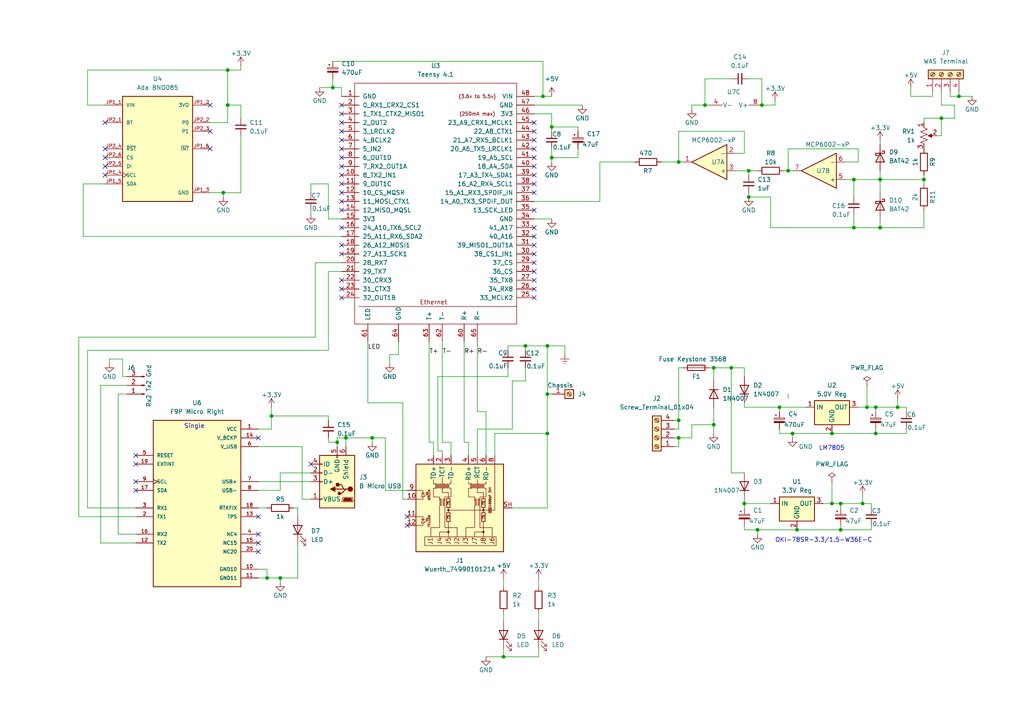
<source format=kicad_sch>
(kicad_sch (version 20211123) (generator eeschema)
  (paper "A4")
  (title_block (title "GPS_Micro") (date "2023-01-12") (comment 1 "Single Antenna Autosteer"))
  (junction (at 228.6 49.53))
  (junction (at 260.35 118.11))
  (junction (at 215.9 146.05))
  (junction (at 251.46 118.11))
  (junction (at 217.17 49.53))
  (junction (at 241.3 146.05))
  (junction (at 278.13 27.94))
  (junction (at 81.28 167.64))
  (junction (at 217.17 57.15))
  (junction (at 196.85 121.92))
  (junction (at 204.47 30.48))
  (junction (at 66.04 30.48))
  (junction (at 96.52 25.4))
  (junction (at 212.09 106.68))
  (junction (at 157.48 27.94))
  (junction (at 250.19 146.05))
  (junction (at 241.3 125.73))
  (junction (at 100.33 127))
  (junction (at 107.95 127))
  (junction (at 160.02 45.72))
  (junction (at 226.06 118.11))
  (junction (at 207.01 123.19))
  (junction (at 78.74 120.65))
  (junction (at 247.65 66.04))
  (junction (at 97.79 128.27))
  (junction (at 146.05 190.5))
  (junction (at 160.02 36.83))
  (junction (at 158.75 114.3))
  (junction (at 64.77 55.88))
  (junction (at 158.75 125.73))
  (junction (at 229.87 125.73))
  (junction (at 66.04 20.32))
  (junction (at 255.27 66.04))
  (junction (at 77.47 167.64))
  (junction (at 220.98 30.48))
  (junction (at 255.27 52.07))
  (junction (at 243.84 146.05))
  (junction (at 267.97 52.07))
  (junction (at 231.14 153.67))
  (junction (at 243.84 153.67))
  (junction (at 254 125.73))
  (junction (at 254 118.11))
  (junction (at 207.01 106.68))
  (junction (at 219.71 153.67))
  (junction (at 152.4 100.33))
  (junction (at 247.65 52.07))
  (junction (at 158.75 100.33))
  (junction (at 196.85 46.99))
  (junction (at 196.85 127))
  (junction (at 273.05 34.29))
  (no_connect (at 154.94 55.88))
  (no_connect (at 154.94 81.28))
  (no_connect (at 99.06 86.36))
  (no_connect (at 39.37 142.24))
  (no_connect (at 118.11 149.86))
  (no_connect (at 154.94 60.96))
  (no_connect (at 99.06 71.12))
  (no_connect (at 30.48 50.8))
  (no_connect (at 154.94 78.74))
  (no_connect (at 154.94 86.36))
  (no_connect (at 39.37 134.62))
  (no_connect (at 99.06 81.28))
  (no_connect (at 74.93 127))
  (no_connect (at 74.93 149.86))
  (no_connect (at 30.48 35.56))
  (no_connect (at 154.94 53.34))
  (no_connect (at 90.17 134.62))
  (no_connect (at 154.94 83.82))
  (no_connect (at 30.48 43.18))
  (no_connect (at 99.06 83.82))
  (no_connect (at 99.06 30.48))
  (no_connect (at 99.06 66.04))
  (no_connect (at 74.93 160.02))
  (no_connect (at 154.94 68.58))
  (no_connect (at 99.06 35.56))
  (no_connect (at 99.06 73.66))
  (no_connect (at 99.06 33.02))
  (no_connect (at 60.96 30.48))
  (no_connect (at 154.94 40.64))
  (no_connect (at 99.06 48.26))
  (no_connect (at 99.06 40.64))
  (no_connect (at 154.94 38.1))
  (no_connect (at 74.93 154.94))
  (no_connect (at 154.94 73.66))
  (no_connect (at 74.93 157.48))
  (no_connect (at 99.06 55.88))
  (no_connect (at 154.94 43.18))
  (no_connect (at 154.94 71.12))
  (no_connect (at 154.94 35.56))
  (no_connect (at 99.06 53.34))
  (no_connect (at 30.48 45.72))
  (no_connect (at 154.94 45.72))
  (no_connect (at 99.06 58.42))
  (no_connect (at 30.48 48.26))
  (no_connect (at 60.96 38.1))
  (no_connect (at 60.96 43.18))
  (no_connect (at 154.94 76.2))
  (no_connect (at 99.06 43.18))
  (no_connect (at 39.37 139.7))
  (no_connect (at 118.11 152.4))
  (no_connect (at 154.94 48.26))
  (no_connect (at 99.06 50.8))
  (no_connect (at 99.06 38.1))
  (no_connect (at 39.37 132.08))
  (no_connect (at 99.06 45.72))
  (no_connect (at 154.94 66.04))
  (no_connect (at 99.06 60.96))
  (no_connect (at 154.94 50.8))
  (wire (pts (xy 156.21 177.8) (xy 156.21 180.34)))
  (wire (pts (xy 248.92 118.11) (xy 251.46 118.11)))
  (wire (pts (xy 196.85 106.68) (xy 196.85 121.92)))
  (wire (pts (xy 146.05 167.64) (xy 146.05 170.18)))
  (wire (pts (xy 96.52 17.78) (xy 157.48 17.78)))
  (wire (pts (xy 273.05 26.67) (xy 273.05 30.48)))
  (wire (pts (xy 251.46 111.76) (xy 251.46 118.11)))
  (wire (pts (xy 158.75 100.33) (xy 158.75 114.3)))
  (wire (pts (xy 254 118.11) (xy 260.35 118.11)))
  (wire (pts (xy 64.77 55.88) (xy 64.77 57.15)))
  (wire (pts (xy 241.3 146.05) (xy 243.84 146.05)))
  (wire (pts (xy 90.17 53.34) (xy 90.17 55.88)))
  (wire (pts (xy 196.85 129.54) (xy 196.85 127)))
  (wire (pts (xy 195.58 129.54) (xy 196.85 129.54)))
  (wire (pts (xy 212.09 106.68) (xy 215.9 106.68)))
  (wire (pts (xy 267.97 34.29) (xy 267.97 35.56)))
  (wire (pts (xy 74.93 167.64) (xy 77.47 167.64)))
  (wire (pts (xy 39.37 154.94) (xy 34.29 154.94)))
  (wire (pts (xy 113.03 105.41) (xy 113.03 102.87)))
  (wire (pts (xy 148.59 110.49) (xy 152.4 110.49)))
  (wire (pts (xy 125.73 128.27) (xy 125.73 132.08)))
  (wire (pts (xy 241.3 125.73) (xy 254 125.73)))
  (wire (pts (xy 29.21 157.48) (xy 29.21 111.76)))
  (wire (pts (xy 167.64 43.18) (xy 167.64 45.72)))
  (wire (pts (xy 195.58 124.46) (xy 196.85 124.46)))
  (wire (pts (xy 191.77 46.99) (xy 196.85 46.99)))
  (wire (pts (xy 278.13 26.67) (xy 278.13 27.94)))
  (wire (pts (xy 217.17 22.86) (xy 220.98 22.86)))
  (wire (pts (xy 74.93 165.1) (xy 77.47 165.1)))
  (wire (pts (xy 196.85 38.1) (xy 196.85 46.99)))
  (wire (pts (xy 217.17 49.53) (xy 219.71 49.53)))
  (wire (pts (xy 34.29 114.3) (xy 36.83 114.3)))
  (wire (pts (xy 267.97 60.96) (xy 267.97 66.04)))
  (wire (pts (xy 228.6 115.57) (xy 228.6 114.3)))
  (wire (pts (xy 118.11 142.24) (xy 111.76 142.24)))
  (wire (pts (xy 198.12 106.68) (xy 196.85 106.68)))
  (wire (pts (xy 245.11 52.07) (xy 247.65 52.07)))
  (wire (pts (xy 247.65 52.07) (xy 247.65 57.15)))
  (wire (pts (xy 238.76 146.05) (xy 241.3 146.05)))
  (wire (pts (xy 140.97 190.5) (xy 146.05 190.5)))
  (wire (pts (xy 22.86 97.79) (xy 22.86 149.86)))
  (wire (pts (xy 124.46 128.27) (xy 125.73 128.27)))
  (wire (pts (xy 271.78 39.37) (xy 273.05 39.37)))
  (wire (pts (xy 86.36 157.48) (xy 86.36 167.64)))
  (wire (pts (xy 95.25 128.27) (xy 97.79 128.27)))
  (wire (pts (xy 99.06 63.5) (xy 95.25 63.5)))
  (wire (pts (xy 215.9 118.11) (xy 226.06 118.11)))
  (wire (pts (xy 254 124.46) (xy 254 125.73)))
  (wire (pts (xy 154.94 27.94) (xy 157.48 27.94)))
  (wire (pts (xy 156.21 190.5) (xy 156.21 187.96)))
  (wire (pts (xy 100.33 127) (xy 100.33 129.54)))
  (wire (pts (xy 95.25 127) (xy 95.25 128.27)))
  (wire (pts (xy 245.11 46.99) (xy 248.92 46.99)))
  (wire (pts (xy 267.97 34.29) (xy 273.05 34.29)))
  (wire (pts (xy 69.85 30.48) (xy 69.85 34.29)))
  (wire (pts (xy 167.64 36.83) (xy 160.02 36.83)))
  (wire (pts (xy 252.73 147.32) (xy 252.73 146.05)))
  (wire (pts (xy 25.4 147.32) (xy 39.37 147.32)))
  (wire (pts (xy 60.96 35.56) (xy 66.04 35.56)))
  (wire (pts (xy 215.9 146.05) (xy 223.52 146.05)))
  (wire (pts (xy 95.25 101.6) (xy 95.25 78.74)))
  (wire (pts (xy 25.4 147.32) (xy 25.4 101.6)))
  (wire (pts (xy 255.27 63.5) (xy 255.27 66.04)))
  (wire (pts (xy 228.6 43.18) (xy 228.6 49.53)))
  (wire (pts (xy 96.52 25.4) (xy 99.06 25.4)))
  (wire (pts (xy 167.64 45.72) (xy 160.02 45.72)))
  (wire (pts (xy 200.66 123.19) (xy 200.66 127)))
  (wire (pts (xy 35.56 109.22) (xy 35.56 104.14)))
  (wire (pts (xy 200.66 30.48) (xy 204.47 30.48)))
  (wire (pts (xy 173.99 58.42) (xy 154.94 58.42)))
  (wire (pts (xy 270.51 27.94) (xy 264.16 27.94)))
  (wire (pts (xy 35.56 104.14) (xy 31.75 104.14)))
  (wire (pts (xy 228.6 49.53) (xy 229.87 49.53)))
  (wire (pts (xy 252.73 152.4) (xy 252.73 153.67)))
  (wire (pts (xy 207.01 106.68) (xy 212.09 106.68)))
  (wire (pts (xy 275.59 27.94) (xy 278.13 27.94)))
  (wire (pts (xy 147.32 106.68) (xy 147.32 109.22)))
  (wire (pts (xy 66.04 30.48) (xy 66.04 35.56)))
  (wire (pts (xy 160.02 36.83) (xy 160.02 38.1)))
  (wire (pts (xy 219.71 153.67) (xy 231.14 153.67)))
  (wire (pts (xy 30.48 53.34) (xy 24.13 53.34)))
  (wire (pts (xy 25.4 30.48) (xy 25.4 20.32)))
  (wire (pts (xy 24.13 53.34) (xy 24.13 68.58)))
  (wire (pts (xy 223.52 66.04) (xy 247.65 66.04)))
  (wire (pts (xy 143.51 125.73) (xy 158.75 125.73)))
  (wire (pts (xy 77.47 165.1) (xy 77.47 167.64)))
  (wire (pts (xy 92.71 25.4) (xy 96.52 25.4)))
  (wire (pts (xy 173.99 46.99) (xy 184.15 46.99)))
  (wire (pts (xy 24.13 68.58) (xy 99.06 68.58)))
  (wire (pts (xy 154.94 33.02) (xy 160.02 33.02)))
  (wire (pts (xy 128.27 128.27) (xy 130.81 128.27)))
  (wire (pts (xy 90.17 144.78) (xy 87.63 144.78)))
  (wire (pts (xy 223.52 57.15) (xy 223.52 66.04)))
  (wire (pts (xy 270.51 26.67) (xy 270.51 27.94)))
  (wire (pts (xy 124.46 99.06) (xy 124.46 128.27)))
  (wire (pts (xy 224.79 29.21) (xy 224.79 30.48)))
  (wire (pts (xy 215.9 106.68) (xy 215.9 109.22)))
  (wire (pts (xy 69.85 39.37) (xy 69.85 55.88)))
  (wire (pts (xy 250.19 143.51) (xy 250.19 146.05)))
  (wire (pts (xy 87.63 144.78) (xy 87.63 129.54)))
  (wire (pts (xy 200.66 31.75) (xy 200.66 30.48)))
  (wire (pts (xy 156.21 167.64) (xy 156.21 170.18)))
  (wire (pts (xy 247.65 52.07) (xy 255.27 52.07)))
  (wire (pts (xy 135.89 128.27) (xy 135.89 132.08)))
  (wire (pts (xy 254 125.73) (xy 262.89 125.73)))
  (wire (pts (xy 260.35 118.11) (xy 262.89 118.11)))
  (wire (pts (xy 78.74 120.65) (xy 78.74 124.46)))
  (wire (pts (xy 34.29 154.94) (xy 34.29 114.3)))
  (wire (pts (xy 95.25 121.92) (xy 95.25 120.65)))
  (wire (pts (xy 160.02 45.72) (xy 160.02 46.99)))
  (wire (pts (xy 90.17 60.96) (xy 90.17 62.23)))
  (wire (pts (xy 213.36 49.53) (xy 217.17 49.53)))
  (wire (pts (xy 91.44 97.79) (xy 22.86 97.79)))
  (wire (pts (xy 252.73 153.67) (xy 243.84 153.67)))
  (wire (pts (xy 163.83 100.33) (xy 158.75 100.33)))
  (wire (pts (xy 69.85 19.05) (xy 69.85 20.32)))
  (wire (pts (xy 81.28 137.16) (xy 81.28 142.24)))
  (wire (pts (xy 147.32 100.33) (xy 152.4 100.33)))
  (wire (pts (xy 267.97 50.8) (xy 267.97 52.07)))
  (wire (pts (xy 85.09 147.32) (xy 86.36 147.32)))
  (wire (pts (xy 107.95 127) (xy 107.95 128.27)))
  (wire (pts (xy 74.93 139.7) (xy 90.17 139.7)))
  (wire (pts (xy 127 130.81) (xy 128.27 130.81)))
  (wire (pts (xy 157.48 27.94) (xy 160.02 27.94)))
  (wire (pts (xy 267.97 53.34) (xy 267.97 52.07)))
  (wire (pts (xy 226.06 124.46) (xy 226.06 125.73)))
  (wire (pts (xy 167.64 38.1) (xy 167.64 36.83)))
  (wire (pts (xy 81.28 137.16) (xy 90.17 137.16)))
  (wire (pts (xy 255.27 66.04) (xy 267.97 66.04)))
  (wire (pts (xy 278.13 27.94) (xy 281.94 27.94)))
  (wire (pts (xy 243.84 146.05) (xy 250.19 146.05)))
  (wire (pts (xy 99.06 76.2) (xy 91.44 76.2)))
  (wire (pts (xy 147.32 109.22) (xy 127 109.22)))
  (wire (pts (xy 146.05 190.5) (xy 156.21 190.5)))
  (wire (pts (xy 111.76 127) (xy 107.95 127)))
  (wire (pts (xy 276.86 30.48) (xy 276.86 34.29)))
  (wire (pts (xy 81.28 168.91) (xy 81.28 167.64)))
  (wire (pts (xy 99.06 27.94) (xy 99.06 25.4)))
  (wire (pts (xy 36.83 109.22) (xy 35.56 109.22)))
  (wire (pts (xy 30.48 30.48) (xy 25.4 30.48)))
  (wire (pts (xy 143.51 132.08) (xy 143.51 125.73)))
  (wire (pts (xy 128.27 99.06) (xy 128.27 128.27)))
  (wire (pts (xy 87.63 129.54) (xy 74.93 129.54)))
  (wire (pts (xy 229.87 127) (xy 229.87 125.73)))
  (wire (pts (xy 69.85 20.32) (xy 66.04 20.32)))
  (wire (pts (xy 273.05 30.48) (xy 276.86 30.48)))
  (wire (pts (xy 196.85 127) (xy 195.58 127)))
  (wire (pts (xy 100.33 127) (xy 107.95 127)))
  (wire (pts (xy 220.98 22.86) (xy 220.98 30.48)))
  (wire (pts (xy 96.52 22.86) (xy 96.52 25.4)))
  (wire (pts (xy 81.28 167.64) (xy 77.47 167.64)))
  (wire (pts (xy 255.27 49.53) (xy 255.27 52.07)))
  (wire (pts (xy 138.43 119.38) (xy 140.97 119.38)))
  (wire (pts (xy 207.01 123.19) (xy 200.66 123.19)))
  (wire (pts (xy 215.9 153.67) (xy 219.71 153.67)))
  (wire (pts (xy 260.35 115.57) (xy 260.35 118.11)))
  (wire (pts (xy 158.75 114.3) (xy 158.75 125.73)))
  (wire (pts (xy 213.36 44.45) (xy 215.9 44.45)))
  (wire (pts (xy 248.92 46.99) (xy 248.92 43.18)))
  (wire (pts (xy 243.84 146.05) (xy 243.84 147.32)))
  (wire (pts (xy 116.84 116.84) (xy 116.84 144.78)))
  (wire (pts (xy 252.73 146.05) (xy 250.19 146.05)))
  (wire (pts (xy 212.09 137.16) (xy 212.09 106.68)))
  (wire (pts (xy 160.02 33.02) (xy 160.02 36.83)))
  (wire (pts (xy 152.4 100.33) (xy 152.4 101.6)))
  (wire (pts (xy 264.16 25.4) (xy 264.16 27.94)))
  (wire (pts (xy 106.68 99.06) (xy 106.68 116.84)))
  (wire (pts (xy 267.97 52.07) (xy 255.27 52.07)))
  (wire (pts (xy 111.76 142.24) (xy 111.76 127)))
  (wire (pts (xy 273.05 34.29) (xy 276.86 34.29)))
  (wire (pts (xy 134.62 128.27) (xy 135.89 128.27)))
  (wire (pts (xy 60.96 55.88) (xy 64.77 55.88)))
  (wire (pts (xy 148.59 124.46) (xy 138.43 124.46)))
  (wire (pts (xy 196.85 38.1) (xy 215.9 38.1)))
  (wire (pts (xy 25.4 20.32) (xy 66.04 20.32)))
  (wire (pts (xy 215.9 38.1) (xy 215.9 44.45)))
  (wire (pts (xy 148.59 124.46) (xy 148.59 110.49)))
  (wire (pts (xy 95.25 78.74) (xy 99.06 78.74)))
  (wire (pts (xy 207.01 123.19) (xy 207.01 125.73)))
  (wire (pts (xy 154.94 63.5) (xy 160.02 63.5)))
  (wire (pts (xy 215.9 137.16) (xy 212.09 137.16)))
  (wire (pts (xy 140.97 119.38) (xy 140.97 132.08)))
  (wire (pts (xy 152.4 100.33) (xy 158.75 100.33)))
  (wire (pts (xy 78.74 120.65) (xy 95.25 120.65)))
  (wire (pts (xy 154.94 30.48) (xy 168.91 30.48)))
  (wire (pts (xy 226.06 118.11) (xy 233.68 118.11)))
  (wire (pts (xy 212.09 22.86) (xy 204.47 22.86)))
  (wire (pts (xy 273.05 39.37) (xy 273.05 34.29)))
  (wire (pts (xy 25.4 101.6) (xy 95.25 101.6)))
  (wire (pts (xy 138.43 124.46) (xy 138.43 132.08)))
  (wire (pts (xy 128.27 130.81) (xy 128.27 132.08)))
  (wire (pts (xy 275.59 26.67) (xy 275.59 27.94)))
  (wire (pts (xy 204.47 22.86) (xy 204.47 30.48)))
  (wire (pts (xy 95.25 53.34) (xy 90.17 53.34)))
  (wire (pts (xy 205.74 106.68) (xy 207.01 106.68)))
  (wire (pts (xy 241.3 139.7) (xy 241.3 146.05)))
  (wire (pts (xy 158.75 114.3) (xy 160.02 114.3)))
  (wire (pts (xy 74.93 124.46) (xy 78.74 124.46)))
  (wire (pts (xy 78.74 118.11) (xy 78.74 120.65)))
  (wire (pts (xy 207.01 106.68) (xy 207.01 110.49)))
  (wire (pts (xy 115.57 102.87) (xy 115.57 99.06)))
  (wire (pts (xy 226.06 125.73) (xy 229.87 125.73)))
  (wire (pts (xy 196.85 127) (xy 200.66 127)))
  (wire (pts (xy 231.14 153.67) (xy 243.84 153.67)))
  (wire (pts (xy 173.99 46.99) (xy 173.99 58.42)))
  (wire (pts (xy 113.03 102.87) (xy 115.57 102.87)))
  (wire (pts (xy 223.52 57.15) (xy 217.17 57.15)))
  (wire (pts (xy 130.81 128.27) (xy 130.81 132.08)))
  (wire (pts (xy 217.17 55.88) (xy 217.17 57.15)))
  (wire (pts (xy 204.47 30.48) (xy 205.74 30.48)))
  (wire (pts (xy 116.84 144.78) (xy 118.11 144.78)))
  (wire (pts (xy 215.9 144.78) (xy 215.9 146.05)))
  (wire (pts (xy 86.36 147.32) (xy 86.36 149.86)))
  (wire (pts (xy 215.9 152.4) (xy 215.9 153.67)))
  (wire (pts (xy 207.01 118.11) (xy 207.01 123.19)))
  (wire (pts (xy 227.33 49.53) (xy 228.6 49.53)))
  (wire (pts (xy 146.05 177.8) (xy 146.05 180.34)))
  (wire (pts (xy 66.04 20.32) (xy 66.04 30.48)))
  (wire (pts (xy 247.65 62.23) (xy 247.65 66.04)))
  (wire (pts (xy 81.28 142.24) (xy 74.93 142.24)))
  (wire (pts (xy 91.44 76.2) (xy 91.44 97.79)))
  (wire (pts (xy 217.17 49.53) (xy 217.17 50.8)))
  (wire (pts (xy 255.27 52.07) (xy 255.27 55.88)))
  (wire (pts (xy 158.75 147.32) (xy 158.75 125.73)))
  (wire (pts (xy 251.46 118.11) (xy 254 118.11)))
  (wire (pts (xy 243.84 152.4) (xy 243.84 153.67)))
  (wire (pts (xy 255.27 40.64) (xy 255.27 41.91)))
  (wire (pts (xy 157.48 17.78) (xy 157.48 27.94)))
  (wire (pts (xy 138.43 99.06) (xy 138.43 119.38)))
  (wire (pts (xy 247.65 66.04) (xy 255.27 66.04)))
  (wire (pts (xy 74.93 147.32) (xy 77.47 147.32)))
  (wire (pts (xy 81.28 167.64) (xy 86.36 167.64)))
  (wire (pts (xy 262.89 124.46) (xy 262.89 125.73)))
  (wire (pts (xy 31.75 104.14) (xy 31.75 105.41)))
  (wire (pts (xy 248.92 43.18) (xy 228.6 43.18)))
  (wire (pts (xy 127 109.22) (xy 127 130.81)))
  (wire (pts (xy 39.37 157.48) (xy 29.21 157.48)))
  (wire (pts (xy 229.87 125.73) (xy 241.3 125.73)))
  (wire (pts (xy 196.85 124.46) (xy 196.85 121.92)))
  (wire (pts (xy 219.71 154.94) (xy 219.71 153.67)))
  (wire (pts (xy 220.98 30.48) (xy 224.79 30.48)))
  (wire (pts (xy 160.02 43.18) (xy 160.02 45.72)))
  (wire (pts (xy 134.62 99.06) (xy 134.62 128.27)))
  (wire (pts (xy 196.85 46.99) (xy 198.12 46.99)))
  (wire (pts (xy 215.9 116.84) (xy 215.9 118.11)))
  (wire (pts (xy 106.68 116.84) (xy 116.84 116.84)))
  (wire (pts (xy 195.58 121.92) (xy 196.85 121.92)))
  (wire (pts (xy 163.83 102.87) (xy 163.83 100.33)))
  (wire (pts (xy 226.06 118.11) (xy 226.06 119.38)))
  (wire (pts (xy 29.21 111.76) (xy 36.83 111.76)))
  (wire (pts (xy 146.05 187.96) (xy 146.05 190.5)))
  (wire (pts (xy 147.32 101.6) (xy 147.32 100.33)))
  (wire (pts (xy 215.9 146.05) (xy 215.9 147.32)))
  (wire (pts (xy 97.79 128.27) (xy 97.79 127)))
  (wire (pts (xy 254 118.11) (xy 254 119.38)))
  (wire (pts (xy 64.77 55.88) (xy 69.85 55.88)))
  (wire (pts (xy 148.59 147.32) (xy 158.75 147.32)))
  (wire (pts (xy 262.89 119.38) (xy 262.89 118.11)))
  (wire (pts (xy 22.86 149.86) (xy 39.37 149.86)))
  (wire (pts (xy 97.79 129.54) (xy 97.79 128.27)))
  (wire (pts (xy 66.04 30.48) (xy 69.85 30.48)))
  (wire (pts (xy 95.25 63.5) (xy 95.25 53.34)))
  (wire (pts (xy 152.4 106.68) (xy 152.4 110.49)))
  (wire (pts (xy 97.79 127) (xy 100.33 127)))
  (text "OKI-78SR-3.3/1.5-W36E-C\n" (at 224.79 157.48 0) (effects (font (size 1.27 1.27)) (justify left bottom)))
  (text "LM7805" (at 237.49 130.81 0) (effects (font (size 1.27 1.27)) (justify left bottom)))
  (text "Single\n" (at 53.34 124.46 0) (effects (font (size 1.27 1.27)) (justify left bottom)))
  (label "T-" (at 128.27 102.87 0))
  (label "R+" (at 134.62 102.87 0))
  (label "LED" (at 106.68 101.6 0))
  (label "R-" (at 138.43 102.87 0))
  (label "T+" (at 124.46 102.87 0))
  (symbol (lib_id "power:+3.3V") (at 69.85 19.05 0) (unit 1)
    (property "Reference" "#PWR0101" (effects hide))
    (property "Value" "+3.3V" (at 69.85 15.494 0))
  )
  (symbol (lib_id "Device:C_Small") (at 252.73 149.86 0) (unit 1)
    (property "Reference" "C3" (at 252.8264 148.1667 0) (effects (justify left)))
    (property "Value" "0.1uF" (at 253.0033 151.9392 0) (effects (justify left)))
    (property "Footprint" "Capacitor_THT:C_Disc_D7.0mm_W2.5mm_P5.00mm" (effects hide))
  )
  (symbol (lib_id "Connector:Screw_Terminal_01x04") (at 273.05 21.59 90) (unit 1)
    (property "Reference" "J?" (at 274.32 15.24 90))
    (property "Value" "WAS Terminal" (at 274.32 17.78 90))
    (property "Footprint" "TerminalBlock_TE-Connectivity:TerminalBlock_TE_282834-4_1x04_P2.54mm_Horizontal" (effects hide))
  )
  (symbol (lib_id "power:GND") (at 217.17 57.15 0) (unit 1)
    (property "Reference" "#PWR06" (effects hide))
    (property "Value" "GND" (at 217.17 60.96 0))
  )
  (symbol (lib_id "Converter_DCDC:OKI-78SR-3.3_1.5-W36-C") (at 241.3 118.11 0) (unit 1)
    (property "Reference" "U2" (at 241.3 111.76 0))
    (property "Value" "5.0V Reg" (at 241.3 114.3 0))
    (property "Footprint" "Converter_DCDC:Converter_DCDC_Murata_OKI-78SR_Vertical" (effects hide))
    (property "Datasheet" "https://power.murata.com/data/power/oki-78sr.pdf" (effects hide))
  )
  (symbol (lib_id "Device:C_Small") (at 147.32 104.14 0) (unit 1)
    (property "Reference" "C9" (at 144.48 102.3878 0) (effects (justify left)))
    (property "Value" "0.1uF" (at 141.7096 106.1602 0) (effects (justify left)))
    (property "Footprint" "Capacitor_THT:C_Disc_D7.0mm_W2.5mm_P5.00mm" (effects hide))
  )
  (symbol (lib_id "power:GND") (at 107.95 128.27 0) (unit 1)
    (property "Reference" "#PWR0109" (effects hide))
    (property "Value" "GND" (at 107.95 132.08 0))
  )
  (symbol (lib_id "power:GND") (at 81.28 168.91 0) (unit 1)
    (property "Reference" "#PWR0104" (effects hide))
    (property "Value" "GND" (at 81.28 172.72 0))
  )
  (symbol (lib_id "Device:C_Polarized_Small") (at 226.06 121.92 0) (unit 1)
    (property "Reference" "C4" (at 228.6 120.1038 0) (effects (justify left)))
    (property "Value" "470uF" (at 227.33 123.19 0) (effects (justify left)))
    (property "Footprint" "Capacitor_THT:CP_Radial_D10.0mm_P5.00mm" (effects hide))
  )
  (symbol (lib_id "power:+5V") (at 160.02 27.94 0) (unit 1)
    (property "Reference" "#PWR0106" (effects hide))
    (property "Value" "+5V" (at 160.02 22.86 0))
  )
  (symbol (lib_id "power:GND") (at 207.01 125.73 0) (unit 1)
    (property "Reference" "#PWR010" (effects hide))
    (property "Value" "GND" (at 207.01 129.54 0))
  )
  (symbol (lib_id "Device:C_Polarized_Small") (at 243.84 149.86 0) (unit 1)
    (property "Reference" "C2" (at 246.38 148.0438 0) (effects (justify left)))
    (property "Value" "47uF" (at 245.11 151.13 0) (effects (justify left)))
    (property "Footprint" "Capacitor_THT:CP_Radial_D5.0mm_P2.50mm" (effects hide))
  )
  (symbol (lib_id "power:+3.3V") (at 156.21 167.64 0) (unit 1)
    (property "Reference" "#PWR0111" (effects hide))
    (property "Value" "+3.3V" (at 156.21 164.084 0))
  )
  (symbol (lib_id "power:PWR_FLAG") (at 251.46 111.76 0) (unit 1)
    (property "Reference" "#FLG01" (effects hide))
    (property "Value" "PWR_FLAG" (at 251.46 106.68 0))
  )
  (symbol (lib_id "power:+5V") (at 260.35 115.57 0) (unit 1)
    (property "Reference" "#PWR013" (effects hide))
    (property "Value" "+5V" (at 260.35 112.014 0))
  )
  (symbol (lib_id "power:GND") (at 64.77 57.15 0) (unit 1)
    (property "Reference" "#PWR0122" (effects hide))
    (property "Value" "GND" (at 64.77 60.96 0))
  )
  (symbol (lib_id "Device:R") (at 81.28 147.32 90) (unit 1)
    (property "Reference" "R5" (at 81.28 144.78 90))
    (property "Value" "1k" (at 81.28 149.86 90))
    (property "Footprint" "Resistor_THT:R_Axial_DIN0207_L6.3mm_D2.5mm_P10.16mm_Horizontal" (effects hide))
  )
  (symbol (lib_id "power:GND") (at 90.17 62.23 0) (unit 1)
    (property "Reference" "#PWR014" (effects hide))
    (property "Value" "GND" (at 90.17 66.04 0))
  )
  (symbol (lib_id "power:+3.3V") (at 255.27 40.64 0) (unit 1)
    (property "Reference" "#PWR08" (effects hide))
    (property "Value" "+3.3V" (at 255.27 37.084 0))
  )
  (symbol (lib_id "Device:C_Small") (at 262.89 121.92 0) (unit 1)
    (property "Reference" "C6" (at 262.9864 120.2267 0) (effects (justify left)))
    (property "Value" "0.1uF" (at 263.1633 123.9992 0) (effects (justify left)))
    (property "Footprint" "Capacitor_THT:C_Disc_D7.0mm_W2.5mm_P5.00mm" (effects hide))
  )
  (symbol (lib_id "power:GND") (at 168.91 30.48 0) (unit 1)
    (property "Reference" "#PWR0108" (effects hide))
    (property "Value" "GND" (at 168.91 34.29 0))
  )
  (symbol (lib_id "Device:R_Potentiometer_US") (at 267.97 39.37 0) (unit 1)
    (property "Reference" "RV1" (at 265.43 38.0999 0) (effects (justify right)))
    (property "Value" "1k" (at 265.43 40.64 0) (effects (justify right)))
    (property "Footprint" "Potentiometer_THT:Potentiometer_Bourns_3296Y_Vertical" (effects hide))
  )
  (symbol (lib_id "Diode:BAT42") (at 255.27 59.69 270) (unit 1)
    (property "Reference" "D10" (at 257.81 58.1024 90) (effects (justify left)))
    (property "Value" "BAT42" (at 257.81 60.6424 90) (effects (justify left)))
    (property "Footprint" "Diode_THT:D_DO-35_SOD27_P7.62mm_Horizontal" (effects hide))
    (property "Datasheet" "http://www.vishay.com/docs/85660/bat42.pdf" (effects hide))
  )
  (symbol (lib_id "Connector:Screw_Terminal_01x01") (at 165.1 114.3 0) (unit 1)
    (property "Reference" "J4" (at 167.64 114.3 0) (effects (justify left)))
    (property "Value" "Chassis" (at 158.75 111.76 0) (effects (justify left)))
    (property "Footprint" "Connector_Pin:Pin_D1.3mm_L11.3mm_W2.8mm_Flat" (effects hide))
  )
  (symbol (lib_id "power:+3.3V") (at 224.79 29.21 0) (unit 1)
    (property "Reference" "#PWR04" (effects hide))
    (property "Value" "+3.3V" (at 224.79 25.654 0))
  )
  (symbol (lib_id "Device:C_Small") (at 217.17 53.34 0) (unit 1)
    (property "Reference" "C13" (at 219.71 52.0762 0) (effects (justify left)))
    (property "Value" "1uF" (at 219.71 54.6162 0) (effects (justify left)))
    (property "Footprint" "Capacitor_THT:C_Disc_D7.0mm_W2.5mm_P5.00mm" (effects hide))
  )
  (symbol (lib_id "Connector:Screw_Terminal_01x04") (at 190.5 127 180) (unit 1)
    (property "Reference" "J2" (at 190.5 115.57 0))
    (property "Value" "Screw_Terminal_01x04" (at 190.5 118.11 0))
    (property "Footprint" "TerminalBlock_TE-Connectivity:TerminalBlock_TE_282834-4_1x04_P2.54mm_Horizontal" (effects hide))
  )
  (symbol (lib_id "Device:C_Small") (at 214.63 22.86 90) (unit 1)
    (property "Reference" "C14" (at 214.6363 16.51 90))
    (property "Value" "0.1uF" (at 214.6363 19.05 90))
    (property "Footprint" "Capacitor_THT:C_Disc_D7.0mm_W2.5mm_P5.00mm" (effects hide))
  )
  (symbol (lib_id "Device:C_Polarized_Small") (at 215.9 149.86 0) (unit 1)
    (property "Reference" "C1" (at 218.44 148.0438 0) (effects (justify left)))
    (property "Value" "47uF" (at 217.17 151.13 0) (effects (justify left)))
    (property "Footprint" "Capacitor_THT:CP_Radial_D5.0mm_P2.50mm" (effects hide))
  )
  (symbol (lib_id "Device:LED") (at 86.36 153.67 90) (unit 1)
    (property "Reference" "D7" (at 90.17 153.9874 90) (effects (justify right)))
    (property "Value" "LED" (at 90.17 156.5274 90) (effects (justify right)))
    (property "Footprint" "LED_THT:LED_D2.0mm_W4.0mm_H2.8mm_FlatTop" (effects hide))
  )
  (symbol (lib_id "power:GND") (at 160.02 63.5 0) (unit 1)
    (property "Reference" "#PWR0102" (effects hide))
    (property "Value" "GND" (at 160.02 67.31 0))
  )
  (symbol (lib_id "power:+3.3V") (at 78.74 118.11 0) (unit 1)
    (property "Reference" "#PWR0107" (effects hide))
    (property "Value" "+3.3V" (at 78.74 114.554 0))
  )
  (symbol (lib_id "Device:R") (at 267.97 57.15 0) (unit 1)
    (property "Reference" "R11" (at 270.51 57.15 90))
    (property "Value" "2k" (at 265.43 57.15 90))
    (property "Footprint" "Resistor_THT:R_Axial_DIN0207_L6.3mm_D2.5mm_P10.16mm_Horizontal" (effects hide))
  )
  (symbol (lib_id "teensy4.1_nohost_bgt:teensy4.1_NoHost_BGT") (at 186.69 127 0) (unit 1)
    (property "Reference" "U3" (at 126.365 19.05 0))
    (property "Value" "Teensy 4.1" (at 126.365 21.59 0))
    (property "Footprint" "AA_Foots:Teensy41_BGT" (effects hide))
  )
  (symbol (lib_id "Device:C_Polarized_Small") (at 167.64 40.64 0) (unit 1)
    (property "Reference" "C17" (at 170.18 38.8238 0) (effects (justify left)))
    (property "Value" "47uF" (at 168.91 41.91 0) (effects (justify left)))
    (property "Footprint" "Capacitor_THT:CP_Radial_D5.0mm_P2.50mm" (effects hide))
  )
  (symbol (lib_id "Device:LED") (at 146.05 184.15 90) (unit 1)
    (property "Reference" "D5" (at 149.86 184.4674 90) (effects (justify right)))
    (property "Value" "LED" (at 149.86 187.0074 90) (effects (justify right)))
    (property "Footprint" "LED_THT:LED_D2.0mm_W4.0mm_H2.8mm_FlatTop" (effects hide))
  )
  (symbol (lib_id "Device:C_Small") (at 95.25 124.46 0) (unit 1)
    (property "Reference" "C15" (at 97.79 123.1962 0) (effects (justify left)))
    (property "Value" "0.1uF" (at 97.79 125.7362 0) (effects (justify left)))
    (property "Footprint" "Capacitor_THT:C_Disc_D7.0mm_W2.5mm_P5.00mm" (effects hide))
  )
  (symbol (lib_id "power:GND") (at 113.03 105.41 0) (unit 1)
    (property "Reference" "#PWR0103" (effects hide))
    (property "Value" "GND" (at 113.03 109.22 0))
  )
  (symbol (lib_id "Device:C_Small") (at 152.4 104.14 0) (unit 1)
    (property "Reference" "C12" (at 152.4964 102.4467 0) (effects (justify left)))
    (property "Value" "0.1uF" (at 152.6733 106.2192 0) (effects (justify left)))
    (property "Footprint" "Capacitor_THT:C_Disc_D7.0mm_W2.5mm_P5.00mm" (effects hide))
  )
  (symbol (lib_id "Connector:Conn_01x03_Male") (at 41.91 111.76 180) (unit 1)
    (property "Reference" "J6" (at 36.83 106.68 0) (effects (justify right)))
    (property "Value" "Rx2 Tx2 Gnd" (at 43.18 118.11 90) (effects (justify right)))
    (property "Footprint" "Connector_PinHeader_2.54mm:PinHeader_1x03_P2.54mm_Vertical" (effects hide))
  )
  (symbol (lib_id "AS-RTK2B-MICRO-F9P-L1L2SMATH-00:AS-RTK2B-MICRO-F9P-L1L2SMATH-00") (at 57.15 144.78 0) (unit 1)
    (property "Reference" "U6" (at 57.15 116.84 0))
    (property "Value" "F9P Micro Right" (at 57.15 119.38 0))
    (property "Footprint" "AA_Foots:MODULE_AS-RTK2B-MICRO-F9P-L1L2SMATH-00" (effects hide))
    (property "MANUFACTURER" "Ardusimple" (effects hide))
    (property "SNAPEDA_PN" "AS-RTK2B-MICRO-F9P-L1L2SMATH-00" (effects hide))
    (property "PARTREV" "N/A" (effects hide))
    (property "MAXIMUM_PACKAGE_HEIGHT" "6.35mm" (effects hide))
    (property "STANDARD" "Manufacturer Recommendations" (effects hide))
  )
  (symbol (lib_id "Diode:BAT42") (at 255.27 45.72 270) (unit 1)
    (property "Reference" "D9" (at 257.81 44.1324 90) (effects (justify left)))
    (property "Value" "BAT42" (at 257.81 46.6724 90) (effects (justify left)))
    (property "Footprint" "Diode_THT:D_DO-35_SOD27_P7.62mm_Horizontal" (effects hide))
    (property "Datasheet" "http://www.vishay.com/docs/85660/bat42.pdf" (effects hide))
  )
  (symbol (lib_id "Device:R") (at 223.52 49.53 270) (unit 1)
    (property "Reference" "R8" (at 223.52 44.45 90))
    (property "Value" "10k" (at 223.52 46.99 90))
    (property "Footprint" "Resistor_THT:R_Axial_DIN0207_L6.3mm_D2.5mm_P10.16mm_Horizontal" (effects hide))
  )
  (symbol (lib_id "RJ45_wuerth_7499010121a:Wuerth_7499010121A") (at 133.35 147.32 90) (unit 1)
    (property "Reference" "J1" (at 133.35 162.56 90))
    (property "Value" "Wuerth_7499010121A" (at 133.35 165.1 90))
    (property "Footprint" "Connector_RJ:RJ45_Wuerth_7499010121A_Horizontal" (effects hide))
    (property "Datasheet" "http://katalog.we-online.de/pbs/datasheet/7499010121A.pdf" (effects hide))
  )
  (symbol (lib_id "power:GND") (at 229.87 127 0) (unit 1)
    (property "Reference" "#PWR012" (effects hide))
    (property "Value" "GND" (at 233.68 129.54 0))
  )
  (symbol (lib_id "Diode:1N4007") (at 215.9 140.97 90) (unit 1)
    (property "Reference" "D3" (at 218.44 139.6999 90) (effects (justify right)))
    (property "Value" "1N4007" (at 207.01 142.2399 90) (effects (justify right)))
    (property "Footprint" "Diode_THT:D_DO-41_SOD81_P10.16mm_Horizontal" (effects hide))
    (property "Datasheet" "http://www.vishay.com/docs/88503/1n4001.pdf" (effects hide))
  )
  (symbol (lib_id "Converter_DCDC:OKI-78SR-3.3_1.5-W36-C") (at 231.14 146.05 0) (unit 1)
    (property "Reference" "U1" (at 231.14 139.7 0))
    (property "Value" "3.3V Reg" (at 231.14 142.24 0))
    (property "Footprint" "Converter_DCDC:Converter_DCDC_Murata_OKI-78SR_Vertical" (effects hide))
    (property "Datasheet" "https://power.murata.com/data/power/oki-78sr.pdf" (effects hide))
  )
  (symbol (lib_id "Connector:USB_B_Micro") (at 97.79 139.7 180) (unit 1)
    (property "Reference" "J3" (at 104.14 138.4299 0) (effects (justify right)))
    (property "Value" "B Micro USB" (at 104.14 140.9699 0) (effects (justify right)))
    (property "Footprint" "AA_Foots:USB_Mini_B_AdamTech_musb_b5_s_vt_02_TH" (effects hide))
  )
  (symbol (lib_id "power:+3.3V") (at 250.19 143.51 0) (unit 1)
    (property "Reference" "#PWR02" (effects hide))
    (property "Value" "+3.3V" (at 250.19 139.954 0))
  )
  (symbol (lib_id "power:GND") (at 92.71 25.4 0) (unit 1)
    (property "Reference" "#PWR0127" (effects hide))
    (property "Value" "GND" (at 92.71 29.21 0))
  )
  (symbol (lib_id "Device:C_Small") (at 160.02 40.64 0) (unit 1)
    (property "Reference" "C8" (at 160.1164 38.9467 0) (effects (justify left)))
    (property "Value" "0.1uF" (at 160.2933 42.7192 0) (effects (justify left)))
    (property "Footprint" "Capacitor_THT:C_Disc_D7.0mm_W2.5mm_P5.00mm" (effects hide))
  )
  (symbol (lib_id "power:+5V") (at 264.16 25.4 0) (unit 1)
    (property "Reference" "#PWR09" (effects hide))
    (property "Value" "+5V" (at 264.16 21.844 0))
  )
  (symbol (lib_id "power:PWR_FLAG") (at 241.3 139.7 0) (unit 1)
    (property "Reference" "#FLG02" (effects hide))
    (property "Value" "PWR_FLAG" (at 241.3 134.62 0))
  )
  (symbol (lib_id "Amplifier_Operational:MCP6002-xP") (at 237.49 49.53 180) (unit 2)
    (property "Reference" "U7" (at 238.76 49.53 0))
    (property "Value" "MCP6002-xP" (at 240.03 41.91 0))
    (property "Footprint" "Package_DIP:DIP-8_W7.62mm" (effects hide))
    (property "Datasheet" "http://ww1.microchip.com/downloads/en/DeviceDoc/21733j.pdf" (effects hide))
  )
  (symbol (lib_id "Device:R") (at 146.05 173.99 0) (unit 1)
    (property "Reference" "R2" (at 148.59 172.7199 0) (effects (justify left)))
    (property "Value" "1k" (at 148.59 175.2599 0) (effects (justify left)))
    (property "Footprint" "Resistor_THT:R_Axial_DIN0207_L6.3mm_D2.5mm_P10.16mm_Horizontal" (effects hide))
  )
  (symbol (lib_id "power:GND") (at 31.75 105.41 0) (unit 1)
    (property "Reference" "#PWR07" (effects hide))
    (property "Value" "GND" (at 31.75 109.22 0))
  )
  (symbol (lib_id "Amplifier_Operational:MCP6002-xP") (at 205.74 46.99 180) (unit 1)
    (property "Reference" "U7" (at 208.28 46.99 0))
    (property "Value" "MCP6002-xP" (at 207.01 40.64 0))
    (property "Footprint" "Package_DIP:DIP-8_W7.62mm" (effects hide))
    (property "Datasheet" "http://ww1.microchip.com/downloads/en/DeviceDoc/21733j.pdf" (effects hide))
  )
  (symbol (lib_id "Device:LED") (at 156.21 184.15 90) (unit 1)
    (property "Reference" "D6" (at 160.02 184.4674 90) (effects (justify right)))
    (property "Value" "LED" (at 160.02 187.0074 90) (effects (justify right)))
    (property "Footprint" "LED_THT:LED_D2.0mm_W4.0mm_H2.8mm_FlatTop" (effects hide))
  )
  (symbol (lib_id "Device:C_Small") (at 69.85 36.83 0) (unit 1)
    (property "Reference" "C11" (at 72.39 35.5662 0) (effects (justify left)))
    (property "Value" "0.1uF" (at 72.39 38.1062 0) (effects (justify left)))
    (property "Footprint" "Capacitor_THT:C_Disc_D7.0mm_W2.5mm_P5.00mm" (effects hide))
  )
  (symbol (lib_id "power:GND") (at 281.94 27.94 0) (unit 1)
    (property "Reference" "#PWR011" (effects hide))
    (property "Value" "GND" (at 281.94 31.75 0))
  )
  (symbol (lib_id "power:GND") (at 140.97 190.5 0) (unit 1)
    (property "Reference" "#PWR0110" (effects hide))
    (property "Value" "GND" (at 140.97 194.31 0))
  )
  (symbol (lib_id "BNO085_4754:4754") (at 45.72 43.18 0) (unit 1)
    (property "Reference" "U4" (at 45.72 22.86 0))
    (property "Value" "Ada BNO085" (at 45.72 25.4 0))
    (property "Footprint" "AA_Foots:BNO085_Adafruit_4754" (effects hide))
    (property "STANDARD" "Manufacturer Recommendations" (effects hide))
    (property "PARTREV" "2021-03-16" (effects hide))
    (property "SNAPEDA_PN" "4754" (effects hide))
    (property "MANUFACTURER" "Adafruit" (effects hide))
    (property "MAXIMUM_PACKAGE_HEIGHT" "4.6mm" (effects hide))
  )
  (symbol (lib_id "Device:C_Small") (at 247.65 59.69 180) (unit 1)
    (property "Reference" "C16" (at 241.3 59.69 0) (effects (justify right)))
    (property "Value" "0.1uF" (at 241.3 62.23 0) (effects (justify right)))
    (property "Footprint" "Capacitor_THT:C_Disc_D7.0mm_W2.5mm_P5.00mm" (effects hide))
  )
  (symbol (lib_id "power:GND") (at 200.66 31.75 0) (unit 1)
    (property "Reference" "#PWR05" (effects hide))
    (property "Value" "GND" (at 200.66 35.56 0))
  )
  (symbol (lib_id "Device:Fuse") (at 201.93 106.68 90) (unit 1)
    (property "Reference" "F1" (at 203.2 109.22 90) (effects (justify left)))
    (property "Value" "Fuse Keystone 3568" (at 210.82 104.14 90) (effects (justify left)))
    (property "Footprint" "Fuse:Fuseholder_Blade_Mini_Keystone_3568" (effects hide))
  )
  (symbol (lib_id "power:GND") (at 219.71 154.94 0) (unit 1)
    (property "Reference" "#PWR01" (effects hide))
    (property "Value" "GND" (at 219.71 158.75 0))
  )
  (symbol (lib_id "power:Earth") (at 163.83 102.87 0) (unit 1)
    (property "Reference" "#PWR03" (effects hide))
    (property "Value" "Earth" (effects hide))
  )
  (symbol (lib_id "Diode:1N4007") (at 215.9 113.03 90) (unit 1)
    (property "Reference" "D2" (at 218.44 111.7599 90) (effects (justify right)))
    (property "Value" "1N4007" (at 218.44 114.2999 90) (effects (justify right)))
    (property "Footprint" "Diode_THT:D_DO-41_SOD81_P10.16mm_Horizontal" (effects hide))
    (property "Datasheet" "http://www.vishay.com/docs/88503/1n4001.pdf" (effects hide))
  )
  (symbol (lib_id "Device:R") (at 187.96 46.99 270) (unit 1)
    (property "Reference" "R7" (at 189.23 49.53 90) (effects (justify right)))
    (property "Value" "470" (at 189.23 44.45 90) (effects (justify right)))
    (property "Footprint" "Resistor_THT:R_Axial_DIN0207_L6.3mm_D2.5mm_P10.16mm_Horizontal" (effects hide))
  )
  (symbol (lib_id "Device:C_Polarized_Small") (at 254 121.92 0) (unit 1)
    (property "Reference" "C5" (at 256.54 120.1038 0) (effects (justify left)))
    (property "Value" "47uF" (at 255.27 123.19 0) (effects (justify left)))
    (property "Footprint" "Capacitor_THT:CP_Radial_D5.0mm_P2.50mm" (effects hide))
  )
  (symbol (lib_id "power:GND") (at 160.02 46.99 0) (unit 1)
    (property "Reference" "#PWR015" (effects hide))
    (property "Value" "GND" (at 160.02 50.8 0))
  )
  (symbol (lib_id "Diode:1N4007") (at 207.01 114.3 270) (unit 1)
    (property "Reference" "D1" (at 209.55 113.0299 90) (effects (justify left)))
    (property "Value" "1N4007" (at 209.55 115.5699 90) (effects (justify left)))
    (property "Footprint" "Diode_THT:D_DO-41_SOD81_P10.16mm_Horizontal" (effects hide))
    (property "Datasheet" "http://www.vishay.com/docs/88503/1n4001.pdf" (effects hide))
  )
  (symbol (lib_id "Amplifier_Operational:MCP6002-xP") (at 213.36 33.02 270) (unit 3)
    (property "Reference" "U7" (at 210.82 26.67 90) (effects (justify left)))
    (property "Value" "MCP6002-xP" (effects hide))
    (property "Footprint" "Package_DIP:DIP-8_W7.62mm" (effects hide))
    (property "Datasheet" "http://ww1.microchip.com/downloads/en/DeviceDoc/21733j.pdf" (effects hide))
  )
  (symbol (lib_id "Device:R") (at 267.97 46.99 0) (unit 1)
    (property "Reference" "R9" (at 270.51 46.99 90))
    (property "Value" "1k" (at 265.43 46.99 90))
    (property "Footprint" "Resistor_THT:R_Axial_DIN0207_L6.3mm_D2.5mm_P10.16mm_Horizontal" (effects hide))
  )
  (symbol (lib_id "power:+5V") (at 146.05 167.64 0) (unit 1)
    (property "Reference" "#PWR0126" (effects hide))
    (property "Value" "+5V" (at 146.05 164.084 0))
  )
  (symbol (lib_id "Device:C_Small") (at 90.17 58.42 0) (unit 1)
    (property "Reference" "C7" (at 90.2664 56.7267 0) (effects (justify left)))
    (property "Value" "0.1uF" (at 90.4433 60.4992 0) (effects (justify left)))
    (property "Footprint" "Capacitor_THT:C_Disc_D7.0mm_W2.5mm_P5.00mm" (effects hide))
  )
  (symbol (lib_id "Device:R") (at 156.21 173.99 0) (unit 1)
    (property "Reference" "R3" (at 158.75 172.7199 0) (effects (justify left)))
    (property "Value" "1k" (at 158.75 175.2599 0) (effects (justify left)))
    (property "Footprint" "Resistor_THT:R_Axial_DIN0207_L6.3mm_D2.5mm_P10.16mm_Horizontal" (effects hide))
  )
  (symbol (lib_id "Device:C_Polarized_Small") (at 96.52 20.32 0) (unit 1)
    (property "Reference" "C10" (at 99.06 18.5038 0) (effects (justify left)))
    (property "Value" "470uF" (at 99.06 21.0438 0) (effects (justify left)))
    (property "Footprint" "Capacitor_THT:CP_Radial_D10.0mm_P5.00mm" (effects hide))
  )
)
</source>
